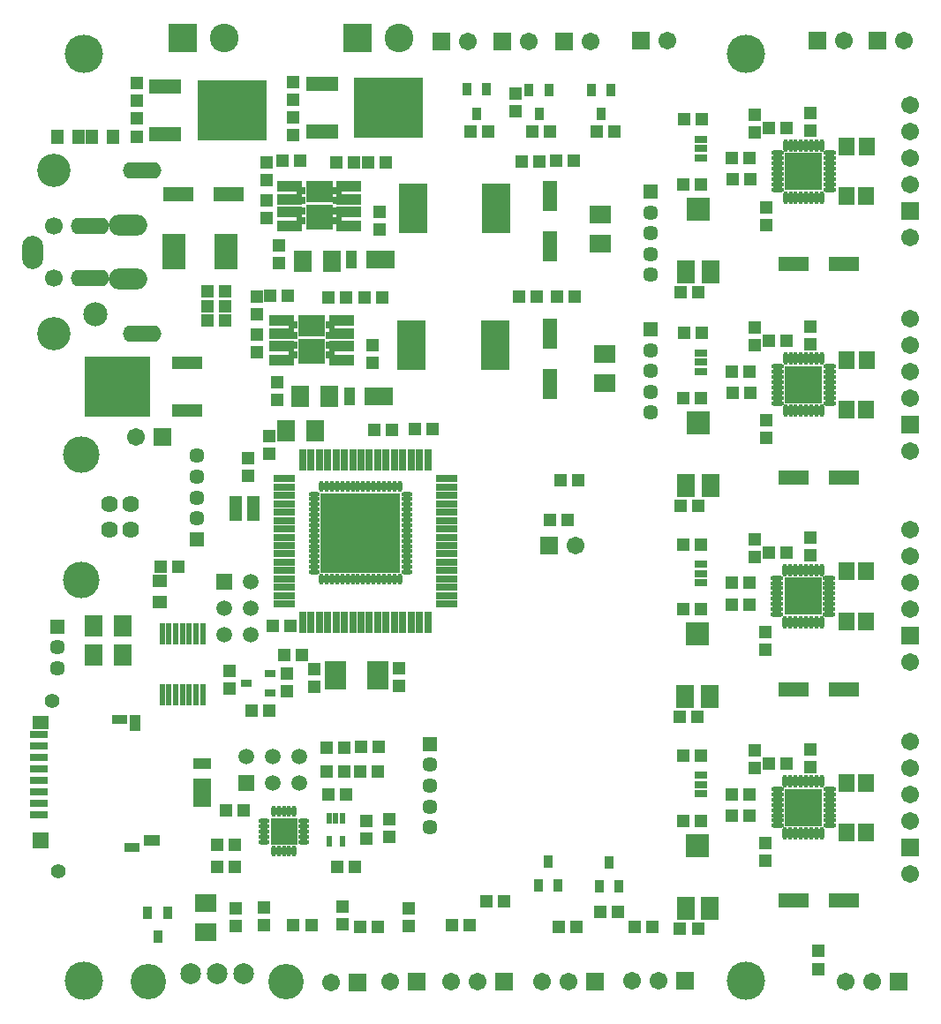
<source format=gbr>
G04 DipTrace Beta 2.3.5.2*
%INTopMask.gbr*%
%MOIN*%
%ADD25R,0.0551X0.1181*%
%ADD28R,0.1181X0.0551*%
%ADD44R,0.0591X0.0591*%
%ADD46C,0.0591*%
%ADD60R,0.0689X0.0276*%
%ADD61R,0.061X0.0394*%
%ADD74R,0.05X0.025*%
%ADD89R,0.0413X0.0256*%
%ADD100C,0.0669*%
%ADD101C,0.1339*%
%ADD102C,0.145*%
%ADD115R,0.0828X0.108*%
%ADD117R,0.2502X0.2265*%
%ADD119R,0.1163X0.0474*%
%ADD121R,0.1419X0.1419*%
%ADD123O,0.0474X0.0198*%
%ADD125O,0.0198X0.0474*%
%ADD127R,0.0238X0.0789*%
%ADD131R,0.0998X0.0813*%
%ADD133R,0.0998X0.0966*%
%ADD135R,0.0336X0.0277*%
%ADD137R,0.0946X0.0395*%
%ADD139R,0.0238X0.0435*%
%ADD141R,0.1045X0.1045*%
%ADD143R,0.2994X0.2994*%
%ADD145O,0.0198X0.0415*%
%ADD147O,0.0415X0.0198*%
%ADD149R,0.0277X0.0789*%
%ADD151R,0.0789X0.0277*%
%ADD155C,0.0553*%
%ADD159R,0.0868X0.0868*%
%ADD161R,0.071X0.0868*%
%ADD163R,0.0592X0.0671*%
%ADD165R,0.1202X0.0572*%
%ADD167R,0.2639X0.2265*%
%ADD169R,0.0336X0.0494*%
%ADD171R,0.1104X0.1852*%
%ADD173C,0.0572*%
%ADD175C,0.0572*%
%ADD177R,0.0572X0.0572*%
%ADD183R,0.0553X0.0474*%
%ADD185R,0.0474X0.0553*%
%ADD187R,0.0868X0.1332*%
%ADD189R,0.071X0.0439*%
%ADD191R,0.071X0.1065*%
%ADD193R,0.0439X0.071*%
%ADD195R,0.1065X0.071*%
%ADD199C,0.0785*%
%ADD201C,0.108*%
%ADD205R,0.108X0.108*%
%ADD207C,0.0671*%
%ADD209C,0.0671*%
%ADD211R,0.0671X0.0671*%
%ADD215C,0.138*%
%ADD219C,0.0639*%
%ADD223C,0.0907*%
%ADD227C,0.1261*%
%ADD229O,0.1458X0.0789*%
%ADD233O,0.1458X0.0632*%
%ADD237O,0.0789X0.1261*%
%ADD239R,0.0789X0.071*%
%ADD241R,0.0513X0.0474*%
%ADD245R,0.0474X0.0513*%
%ADD247R,0.071X0.0789*%
%FSLAX44Y44*%
G04*
G70*
G90*
G75*
G01*
%LNTopMask*%
%LPD*%
D25*
X24040Y30865D3*
Y28975D3*
X24050Y36060D3*
Y34170D3*
D247*
X15190Y27190D3*
X14088D3*
D245*
X11940Y18115D3*
Y17446D3*
D28*
X11920Y36130D3*
X10030D3*
D241*
X11790Y32470D3*
X11121D3*
X15680Y13460D3*
X16350D3*
X11790Y31910D3*
X11121D3*
X15040Y8525D3*
X14371D3*
X17545Y8450D3*
X16876D3*
D247*
X7915Y19815D3*
X6813D3*
D239*
X11065Y9365D3*
Y8263D3*
D241*
X14690Y18715D3*
X14021D3*
X18940Y27250D3*
X19609D3*
X11800Y31360D3*
X11131D3*
D247*
X15833Y33590D3*
X14730D3*
D239*
X26115Y30090D3*
Y28988D3*
D245*
X13745Y28365D3*
Y29035D3*
D241*
X14170Y32280D3*
X13501D3*
D245*
X17355Y30425D3*
Y29756D3*
D247*
X15710Y28510D3*
X14608D3*
D239*
X25970Y35350D3*
Y34248D3*
D245*
X13833Y33540D3*
Y34209D3*
D241*
X14630Y37400D3*
X13961D3*
D245*
X17613Y35460D3*
Y34791D3*
X13240Y9182D3*
Y8513D3*
X12190Y9157D3*
Y8488D3*
D241*
X16690Y10715D3*
X16021D3*
D245*
X18365Y18240D3*
Y17571D3*
D247*
X7915Y18740D3*
X6813D3*
D245*
X13465Y26340D3*
Y27009D3*
D241*
X18080Y27230D3*
X17411D3*
D245*
X15165Y18190D3*
Y17521D3*
D241*
X10010Y22050D3*
X9341D3*
D245*
X32210Y35640D3*
Y34971D3*
D241*
X32990Y38640D3*
X32321D3*
D245*
X33900Y39190D3*
Y38521D3*
D241*
X31600Y37490D3*
X30931D3*
D245*
X31790Y39140D3*
Y38471D3*
D28*
X35160Y33480D3*
X33270D3*
D245*
X32210Y27580D3*
Y26911D3*
D241*
X32990Y30580D3*
X32321D3*
D245*
X33900Y31130D3*
Y30461D3*
D241*
X31600Y29430D3*
X30931D3*
D245*
X31790Y31080D3*
Y30411D3*
D28*
X35160Y25420D3*
X33270D3*
D245*
X32197Y19599D3*
Y18930D3*
D241*
X32977Y22599D3*
X32308D3*
D245*
X33887Y23149D3*
Y22480D3*
D241*
X31587Y21449D3*
X30918D3*
D245*
X31777Y23099D3*
Y22430D3*
D28*
X35147Y17439D3*
X33258D3*
D245*
X32200Y11620D3*
Y10951D3*
D241*
X32980Y14620D3*
X32311D3*
D245*
X33890Y15170D3*
Y14501D3*
D241*
X31590Y13470D3*
X30921D3*
D245*
X31780Y15120D3*
Y14451D3*
D28*
X35150Y9460D3*
X33260D3*
D237*
X4531Y33940D3*
D233*
X6696Y34924D3*
D229*
X8133Y32917D3*
Y34964D3*
D233*
X6696Y32956D3*
D227*
X5318Y30869D3*
Y37011D3*
D233*
X8664Y30869D3*
Y37011D3*
D223*
X6893Y31578D3*
D100*
X5318Y34924D3*
Y32956D3*
D219*
X8226Y23448D3*
Y24432D3*
X7438D3*
Y23448D3*
D215*
X6371Y26310D3*
Y21570D3*
D211*
X37660Y35490D3*
D207*
Y36490D3*
Y37490D3*
Y38490D3*
D211*
Y27430D3*
D207*
Y28430D3*
Y29430D3*
Y30430D3*
D211*
X37647Y19449D3*
D207*
Y20449D3*
Y21449D3*
Y22449D3*
D211*
X37650Y11470D3*
D207*
Y12470D3*
Y13470D3*
Y14470D3*
D205*
X10180Y42020D3*
D201*
X11740D3*
D205*
X16790D3*
D201*
X18350D3*
D211*
X19950Y41890D3*
D207*
X20950D3*
D211*
X37230Y6390D3*
D207*
X36230D3*
X35230D3*
D211*
X29140Y6420D3*
D207*
X28140D3*
X27140D3*
D211*
X25770Y6390D3*
D207*
X24770D3*
X23770D3*
D211*
X22310D3*
D207*
X21310D3*
X20310D3*
D211*
X19030Y6380D3*
D207*
X18030D3*
D211*
X16800Y6370D3*
D207*
X15800D3*
D199*
X12490Y6690D3*
X11490D3*
X10490D3*
D101*
X14089Y6391D3*
X8892D3*
D211*
X24590Y41910D3*
D207*
X25590D3*
D211*
X22260D3*
D207*
X23260D3*
D211*
X36430Y41930D3*
D207*
X37430D3*
D211*
X34170Y41920D3*
D207*
X35170D3*
D211*
X27500Y41930D3*
D207*
X28500D3*
D241*
X24990Y32265D3*
X24321D3*
D195*
X17663Y33660D3*
D193*
X16551D3*
D195*
X17592Y28502D3*
D193*
X16481D3*
D241*
X24959Y37380D3*
X24290D3*
X15635Y14335D3*
X16304D3*
X15635Y15235D3*
X16304D3*
D191*
X10915Y13515D3*
D189*
Y14627D3*
D187*
X9840Y33970D3*
X11809D3*
D185*
X5462Y38290D3*
X6249D3*
D183*
X9320Y21518D3*
Y20731D3*
D185*
X6762Y38310D3*
X7549D3*
D102*
X6440Y6440D3*
X31440D3*
Y41440D3*
X6440D3*
D60*
X4766Y15712D3*
Y15279D3*
Y14846D3*
Y14413D3*
Y13980D3*
Y13546D3*
Y13113D3*
Y12680D3*
D44*
X4815Y11716D3*
G36*
X4520Y16438D2*
X5110D1*
Y15930D1*
X4520D1*
Y16438D1*
G37*
G36*
X8201Y16450D2*
X8594D1*
Y15859D1*
X8201D1*
Y16450D1*
G37*
G36*
X7512D2*
X8102D1*
Y16135D1*
X7512D1*
Y16450D1*
G37*
D61*
X9018Y11716D3*
G36*
X7997Y11623D2*
X8548D1*
Y11308D1*
X7997D1*
Y11623D1*
G37*
D177*
X27840Y31030D3*
D173*
Y30243D3*
Y29455D3*
D175*
Y28668D3*
Y27881D3*
D177*
Y36230D3*
D173*
Y35443D3*
Y34655D3*
D175*
Y33868D3*
Y33081D3*
D177*
X5460Y19810D3*
D173*
Y19021D3*
Y18232D3*
D177*
X10715Y23100D3*
D173*
Y23888D3*
Y24675D3*
D175*
Y25462D3*
Y26250D3*
D44*
X11740Y21490D3*
D46*
X12740D3*
X11740Y20490D3*
X12740D3*
X11740Y19490D3*
X12740D3*
D211*
X24015Y22865D3*
D207*
X25015D3*
D44*
X12605Y13895D3*
D46*
Y14895D3*
X13605Y13895D3*
Y14895D3*
X14605Y13895D3*
Y14895D3*
D211*
X9420Y26960D3*
D207*
X8420D3*
D177*
X19520Y15370D3*
D173*
Y14583D3*
Y13795D3*
D175*
Y13008D3*
Y12221D3*
D171*
X18830Y30420D3*
X21980D3*
X18880Y35590D3*
X22030D3*
D209*
X37663Y34485D3*
Y39495D3*
Y26425D3*
Y31435D3*
X37651Y18445D3*
Y23455D3*
X37653Y10465D3*
Y15475D3*
D169*
X25915Y9990D3*
X26663D3*
X26289Y10896D3*
X23615Y10015D3*
X24363D3*
X23989Y10921D3*
D167*
X17970Y39380D3*
D165*
X15450Y40278D3*
Y38483D3*
D167*
X12050Y39290D3*
D165*
X9530Y40188D3*
Y38393D3*
D169*
X9615Y8990D3*
X8867D3*
X9241Y8085D3*
X21660Y40080D3*
X20912D3*
X21286Y39175D3*
X26360Y40070D3*
X25612D3*
X25986Y39165D3*
X24020Y40050D3*
X23272D3*
X23646Y39145D3*
D241*
X16895Y14335D3*
X17564D3*
D245*
X8450Y39660D3*
Y40329D3*
X14340Y38350D3*
Y39019D3*
D241*
X23380Y38480D3*
X24049D3*
D163*
X35256Y36046D3*
X36004D3*
X35260Y37920D3*
X36008D3*
D241*
X14265Y19840D3*
X13596D3*
X24065Y23815D3*
X24734D3*
D245*
X16215Y9225D3*
Y8556D3*
D241*
X12860Y24040D3*
X12191D3*
D163*
X35256Y27986D3*
X36004D3*
D241*
X21060Y38500D3*
X21729D3*
X11835Y12875D3*
X12504D3*
D163*
X35260Y29860D3*
X36008D3*
X35243Y20005D3*
X35991D3*
X35247Y21879D3*
X35995D3*
X35246Y12026D3*
X35994D3*
X35250Y13900D3*
X35998D3*
D245*
X8450Y38310D3*
Y38979D3*
X34195Y6876D3*
Y7545D3*
D241*
X27930Y8450D3*
X27261D3*
X25064Y8465D3*
X24395D3*
X20340Y8520D3*
X21009D3*
X17040Y32230D3*
X17709D3*
X15680D3*
X16349D3*
D245*
X12990Y32250D3*
Y31581D3*
X12980Y30840D3*
Y30171D3*
D241*
X17200Y37320D3*
X17869D3*
X15980D3*
X16649D3*
D245*
X13370Y37330D3*
Y36661D3*
Y35880D3*
Y35211D3*
D241*
X23565Y32265D3*
X22896D3*
X23649Y37360D3*
X22980D3*
X25965Y9040D3*
X26634D3*
D245*
X14131Y17356D3*
Y18025D3*
D241*
X13465Y16640D3*
X12796D3*
D245*
X14340Y39680D3*
Y40349D3*
D241*
X25810Y38510D3*
X26479D3*
D245*
X18005Y12525D3*
Y11856D3*
X22746Y39271D3*
Y39940D3*
X17125Y12465D3*
Y11796D3*
D241*
X21640Y9420D3*
X22309D3*
X16925Y15245D3*
X17594D3*
X12150Y11570D3*
X11481D3*
X30940Y36680D3*
X31609D3*
X29090Y36490D3*
X29759D3*
X29111Y38950D3*
X29780D3*
X29650Y32420D3*
X28981D3*
D161*
X30110Y33190D3*
D159*
X29648Y35552D3*
D161*
X29185Y33190D3*
D241*
X12150Y10730D3*
X11481D3*
D245*
X18720Y9150D3*
Y8481D3*
D241*
X30940Y28620D3*
X31609D3*
X29090Y28430D3*
X29759D3*
X29111Y30890D3*
X29780D3*
X29650Y24360D3*
X28981D3*
D161*
X30110Y25130D3*
D159*
X29648Y27492D3*
D161*
X29185Y25130D3*
D241*
X12860Y24510D3*
X12191D3*
D245*
X12665Y26165D3*
Y25496D3*
D241*
X30927Y20639D3*
X31597D3*
X29077Y20449D3*
X29747D3*
X29098Y22909D3*
X29767D3*
X29637Y16379D3*
X28968D3*
D161*
X30097Y17149D3*
D159*
X29635Y19512D3*
D161*
X29172Y17149D3*
D241*
X25120Y25330D3*
X24451D3*
X30930Y12660D3*
X31599D3*
X29080Y12470D3*
X29749D3*
X29101Y14930D3*
X29770D3*
X29640Y8400D3*
X28971D3*
D161*
X30100Y9170D3*
D159*
X29638Y11532D3*
D161*
X29175Y9170D3*
D74*
X29770Y38200D3*
Y37850D3*
Y37500D3*
Y30140D3*
Y29790D3*
Y29440D3*
X29757Y22159D3*
Y21809D3*
Y21459D3*
X29760Y14180D3*
Y13830D3*
Y13480D3*
D155*
X5260Y17000D3*
X5490Y10570D3*
D151*
X14010Y25380D3*
Y25065D3*
Y24750D3*
Y24435D3*
Y24120D3*
Y23805D3*
Y23490D3*
Y23175D3*
Y22860D3*
Y22546D3*
Y22231D3*
Y21916D3*
Y21601D3*
Y21286D3*
Y20971D3*
Y20656D3*
D149*
X14719Y19947D3*
X15034D3*
X15349D3*
X15664D3*
X15979D3*
X16294D3*
X16609D3*
X16924D3*
X17239D3*
X17553D3*
X17868D3*
X18183D3*
X18498D3*
X18813D3*
X19128D3*
X19443D3*
D151*
X20152Y20656D3*
Y20971D3*
Y21286D3*
Y21601D3*
Y21916D3*
Y22231D3*
Y22546D3*
Y22860D3*
Y23175D3*
Y23490D3*
Y23805D3*
Y24120D3*
Y24435D3*
Y24750D3*
Y25065D3*
Y25380D3*
D149*
X19443Y26089D3*
X19128D3*
X18813D3*
X18498D3*
X18183D3*
X17868D3*
X17553D3*
X17239D3*
X16924D3*
X16609D3*
X16294D3*
X15979D3*
X15664D3*
X15349D3*
X15034D3*
X14719D3*
D147*
X15150Y24810D3*
Y24613D3*
Y24416D3*
Y24220D3*
Y24023D3*
Y23826D3*
Y23629D3*
Y23432D3*
Y23235D3*
Y23039D3*
Y22842D3*
Y22645D3*
Y22448D3*
Y22251D3*
Y22054D3*
Y21857D3*
D145*
X15426Y21582D3*
X15623D3*
X15819D3*
X16016D3*
X16213D3*
X16410D3*
X16607D3*
X16804D3*
X17001D3*
X17197D3*
X17394D3*
X17591D3*
X17788D3*
X17985D3*
X18182D3*
X18379D3*
D147*
X18654Y21857D3*
Y22054D3*
Y22251D3*
Y22448D3*
Y22645D3*
Y22842D3*
Y23039D3*
Y23235D3*
Y23432D3*
Y23629D3*
Y23826D3*
Y24023D3*
Y24220D3*
Y24416D3*
Y24613D3*
Y24810D3*
D145*
X18379Y25086D3*
X18182D3*
X17985D3*
X17788D3*
X17591D3*
X17394D3*
X17197D3*
X17001D3*
X16804D3*
X16607D3*
X16410D3*
X16213D3*
X16016D3*
X15819D3*
X15623D3*
X15426D3*
D143*
X16902Y23334D3*
D145*
X13615Y11315D3*
X13812D3*
X14009D3*
X14206D3*
X14403D3*
D147*
X14757Y11669D3*
Y11866D3*
Y12063D3*
Y12260D3*
Y12457D3*
D145*
X14403Y12811D3*
X14206D3*
X14009D3*
X13812D3*
X13615D3*
D147*
X13261Y12457D3*
Y12260D3*
Y12063D3*
Y11866D3*
Y11669D3*
D141*
X14009Y12063D3*
D139*
X16227Y12561D3*
X15971D3*
X15715D3*
Y11695D3*
X16227D3*
D137*
X16190Y29870D3*
Y30390D3*
Y30850D3*
Y31370D3*
X13930D3*
Y30850D3*
Y30390D3*
Y29870D3*
D135*
X15759Y30059D3*
Y30433D3*
Y30807D3*
Y31181D3*
X14361D3*
Y30807D3*
Y30433D3*
Y30059D3*
D133*
X15060Y30177D3*
D131*
Y31144D3*
D137*
X16470Y34940D3*
Y35460D3*
Y35920D3*
Y36440D3*
X14210D3*
Y35920D3*
Y35460D3*
Y34940D3*
D135*
X16039Y35129D3*
Y35503D3*
Y35877D3*
Y36251D3*
X14641D3*
Y35877D3*
Y35503D3*
Y35129D3*
D133*
X15340Y35247D3*
D131*
Y36214D3*
D89*
X13490Y17290D3*
Y18038D3*
X12585Y17664D3*
D127*
X9410Y17240D3*
X9666D3*
X9922D3*
X10178D3*
X10434D3*
X10690D3*
X10946D3*
Y19524D3*
X10690D3*
X10434D3*
X10178D3*
X9922D3*
X9666D3*
X9410D3*
D125*
X34323Y37975D3*
X34127D3*
X33930D3*
X33733D3*
X33536D3*
X33339D3*
X33142D3*
X32945D3*
D123*
X32650Y37680D3*
Y37483D3*
Y37286D3*
Y37090D3*
Y36893D3*
Y36696D3*
Y36499D3*
Y36302D3*
D125*
X32945Y36007D3*
X33142D3*
X33339D3*
X33536D3*
X33733D3*
X33930D3*
X34127D3*
X34323D3*
D123*
X34619Y36302D3*
Y36499D3*
Y36696D3*
Y36893D3*
Y37090D3*
Y37286D3*
Y37483D3*
Y37680D3*
D121*
X33634Y36991D3*
D125*
X34323Y29915D3*
X34127D3*
X33930D3*
X33733D3*
X33536D3*
X33339D3*
X33142D3*
X32945D3*
D123*
X32650Y29620D3*
Y29423D3*
Y29226D3*
Y29030D3*
Y28833D3*
Y28636D3*
Y28439D3*
Y28242D3*
D125*
X32945Y27947D3*
X33142D3*
X33339D3*
X33536D3*
X33733D3*
X33930D3*
X34127D3*
X34323D3*
D123*
X34619Y28242D3*
Y28439D3*
Y28636D3*
Y28833D3*
Y29030D3*
Y29226D3*
Y29423D3*
Y29620D3*
D121*
X33634Y28931D3*
D125*
X34311Y21935D3*
X34114D3*
X33917D3*
X33720D3*
X33523D3*
X33326D3*
X33130D3*
X32933D3*
D123*
X32637Y21639D3*
Y21443D3*
Y21246D3*
Y21049D3*
Y20852D3*
Y20655D3*
Y20458D3*
Y20262D3*
D125*
X32933Y19966D3*
X33130D3*
X33326D3*
X33523D3*
X33720D3*
X33917D3*
X34114D3*
X34311D3*
D123*
X34606Y20262D3*
Y20458D3*
Y20655D3*
Y20852D3*
Y21049D3*
Y21246D3*
Y21443D3*
Y21639D3*
D121*
X33622Y20951D3*
D125*
X34313Y13955D3*
X34117D3*
X33920D3*
X33723D3*
X33526D3*
X33329D3*
X33132D3*
X32935D3*
D123*
X32640Y13660D3*
Y13463D3*
Y13266D3*
Y13070D3*
Y12873D3*
Y12676D3*
Y12479D3*
Y12282D3*
D125*
X32935Y11987D3*
X33132D3*
X33329D3*
X33526D3*
X33723D3*
X33920D3*
X34117D3*
X34313D3*
D123*
X34609Y12282D3*
Y12479D3*
Y12676D3*
Y12873D3*
Y13070D3*
Y13266D3*
Y13463D3*
Y13660D3*
D121*
X33624Y12971D3*
D119*
X10370Y27970D3*
Y29765D3*
D117*
X7732Y28868D3*
D115*
X17565Y17965D3*
X15951D3*
M02*

</source>
